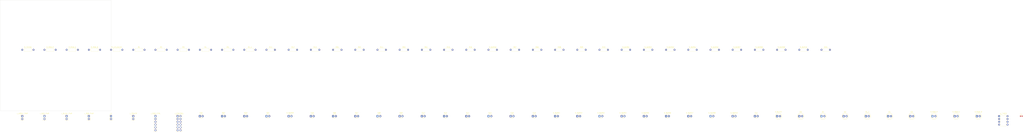
<source format=kicad_pcb>
(kicad_pcb (version 20241229) (generator "pcbnew") (generator_version "9.0")
  (layers (0 "F.Cu" signal) (2 "B.Cu" signal) (13 "F.Paste" user) (15 "B.Paste" user) (5 "F.SilkS" user "F.Silkscreen") (7 "B.SilkS" user "B.Silkscreen") (1 "F.Mask" user) (3 "B.Mask" user) (25 "Edge.Cuts" user))
  (net 0 "")
  (net 1 "SIGNAL")
  (net 2 "VCC")
  (net 3 "GND")
  (net 4 "VCC_2")
  (net 5 "N$11")
  (net 6 "LED_CTRL_10")
  (net 7 "N$32")
  (net 8 "LED_CTRL_9")
  (net 9 "N$31")
  (net 10 "LED_CTRL_8")
  (net 11 "N$30")
  (net 12 "N$29")
  (net 13 "LED_CTRL_7")
  (net 14 "LED_CTRL_5")
  (net 15 "N$27")
  (net 16 "N$26")
  (net 17 "LED_CTRL_4")
  (net 18 "LED_CTRL_3")
  (net 19 "N$25")
  (net 20 "LED_CTRL_2")
  (net 21 "N$24")
  (net 22 "LED_CTRL_1")
  (net 23 "N$23")
  (net 24 "N$16")
  (net 25 "N$15")
  (net 26 "N$14")
  (net 27 "N$12")
  (net 28 "N$13")
  (net 29 "LED_CTRL_6")
  (net 30 "N$28")
  (net 31 "N$22")
  (net 32 "N$21")
  (net 33 "N$10")
  (net 34 "N$9")
  (net 35 "N$20")
  (net 36 "N$8")
  (net 37 "N$7")
  (net 38 "N$19")
  (net 39 "N$18")
  (net 40 "N$17")
  (net 41 "N$2")
  (net 42 "VCC_1")
  (net 43 "N$6")
  (net 44 "N$5")
  (net 45 "N$4")
  (net 46 "N$3")
  (net 47 "N$1")
  (net 48 "TIMER_OUTPUT")
  (net 49 "N$36")
  (net 50 "RGB_BLUE_CTRL")
  (net 51 "N$35")
  (net 52 "RGB_GREEN_CTRL")
  (net 53 "N$34")
  (net 54 "RGB_RED_CTRL")
  (net 55 "N$33")
  (net 56 "VCC_5")
  (net 57 "GND_5")
  (net 58 "GND_4")
  (net 59 "GND_1")
  (net 60 "GND_2")
  (net 61 "GND_3")
  (net 62 "VCC_3")
  (net 63 "VCC_4")
  (footprint "LED_THT:LED_D3.0mm" (layer "F.Cu") (at 600 105)
    (property "Reference" "D_BAR06" (at 1.27 -2.96 0) (layer "F.SilkS"))
    (property "Value" "Green")
    (pad "1" thru_hole rect (at 0 0) (size 1.8 1.8) (drill 0.9) (layers "*.Cu" "*.Mask") (net 30 "N$28"))
    (pad "2" thru_hole circle (at 2.54 0) (size 1.8 1.8) (drill 0.9) (layers "*.Cu" "*.Mask") (net 61 "GND_3"))
  )
  (footprint "LED_THT:LED_D3.0mm" (layer "F.Cu") (at 640 105)
    (property "Reference" "D_BAR08" (at 1.27 -2.96 0) (layer "F.SilkS"))
    (property "Value" "Yellow")
    (pad "1" thru_hole rect (at 0 0) (size 1.8 1.8) (drill 0.9) (layers "*.Cu" "*.Mask") (net 11 "N$30"))
    (pad "2" thru_hole circle (at 2.54 0) (size 1.8 1.8) (drill 0.9) (layers "*.Cu" "*.Mask") (net 61 "GND_3"))
  )
  (footprint "Resistor_THT:R_Axial_DIN0207_L6.3mm_D2.5mm_P7.62mm_Horizontal" (layer "F.Cu") (at 400 45)
    (property "Reference" "R15" (at 3.81 -2.37 0) (layer "F.SilkS"))
    (property "Value" "470")
    (pad "1" thru_hole circle (at 0 0) (size 1.6 1.6) (drill 0.8) (layers "*.Cu" "*.Mask") (net 4 "VCC_2"))
    (pad "2" thru_hole circle (at 7.62 0) (size 1.6 1.6) (drill 0.8) (layers "*.Cu" "*.Mask") (net 32 "N$21"))
  )
  (footprint "LED_THT:LED_D5.0mm" (layer "F.Cu") (at 840 105)
    (property "Reference" "D_RGB_R" (at 1.27 -3.96 0) (layer "F.SilkS"))
    (property "Value" "Red")
    (pad "1" thru_hole rect (at 0 0) (size 1.8 1.8) (drill 0.9) (layers "*.Cu" "*.Mask") (net 55 "N$33"))
    (pad "2" thru_hole circle (at 2.54 0) (size 1.8 1.8) (drill 0.9) (layers "*.Cu" "*.Mask") (net 58 "GND_4"))
  )
  (footprint "Resistor_THT:R_Axial_DIN0207_L6.3mm_D2.5mm_P7.62mm_Horizontal" (layer "F.Cu") (at 700 45)
    (property "Reference" "R_BAR09" (at 3.81 -2.37 0) (layer "F.SilkS"))
    (property "Value" "470")
    (pad "1" thru_hole circle (at 0 0) (size 1.6 1.6) (drill 0.8) (layers "*.Cu" "*.Mask") (net 8 "LED_CTRL_9"))
    (pad "2" thru_hole circle (at 7.62 0) (size 1.6 1.6) (drill 0.8) (layers "*.Cu" "*.Mask") (net 9 "N$31"))
  )
  (footprint "Connector_PinHeader_2.54mm:PinHeader_1x06_P2.54mm_Vertical" (layer "F.Cu") (at 140 105)
    (property "Reference" "J_RGB_CTRL" (at 0 -2.38 0) (layer "F.SilkS"))
    (property "Value" "Conn_01x06_Pin")
    (pad "1" thru_hole rect (at 0 0) (size 1.7 1.7) (drill 1) (layers "*.Cu" "*.Mask") (net 54 "RGB_RED_CTRL"))
    (pad "2" thru_hole circle (at 0 2.54) (size 1.7 1.7) (drill 1) (layers "*.Cu" "*.Mask") (net 52 "RGB_GREEN_CTRL"))
    (pad "3" thru_hole circle (at 0 5.08) (size 1.7 1.7) (drill 1) (layers "*.Cu" "*.Mask") (net 50 "RGB_BLUE_CTRL"))
    (pad "4" thru_hole circle (at 0 7.62) (size 1.7 1.7) (drill 1) (layers "*.Cu" "*.Mask"))
    (pad "5" thru_hole circle (at 0 10.16) (size 1.7 1.7) (drill 1) (layers "*.Cu" "*.Mask") (net 63 "VCC_4"))
    (pad "6" thru_hole circle (at 0 12.7) (size 1.7 1.7) (drill 1) (layers "*.Cu" "*.Mask") (net 58 "GND_4"))
  )
  (footprint "Resistor_THT:R_Axial_DIN0207_L6.3mm_D2.5mm_P7.62mm_Horizontal" (layer "F.Cu") (at 720 45)
    (property "Reference" "R_BAR10" (at 3.81 -2.37 0) (layer "F.SilkS"))
    (property "Value" "470")
    (pad "1" thru_hole circle (at 0 0) (size 1.6 1.6) (drill 0.8) (layers "*.Cu" "*.Mask") (net 6 "LED_CTRL_10"))
    (pad "2" thru_hole circle (at 7.62 0) (size 1.6 1.6) (drill 0.8) (layers "*.Cu" "*.Mask") (net 7 "N$32"))
  )
  (footprint "LED_THT:LED_D3.0mm" (layer "F.Cu") (at 440 105)
    (property "Reference" "D15" (at 1.27 -2.96 0) (layer "F.SilkS"))
    (property "Value" "Red")
    (pad "1" thru_hole rect (at 0 0) (size 1.8 1.8) (drill 0.9) (layers "*.Cu" "*.Mask") (net 32 "N$21"))
    (pad "2" thru_hole circle (at 2.54 0) (size 1.8 1.8) (drill 0.9) (layers "*.Cu" "*.Mask") (net 60 "GND_2"))
  )
  (footprint "Connector_PinHeader_2.54mm:PinHeader_2x06_P2.54mm_Vertical" (layer "F.Cu") (at 160 105)
    (property "Reference" "J_CONTROL" (at 1.27 -2.38 0) (layer "F.SilkS"))
    (property "Value" "Conn_02x06_Odd_Even")
    (pad "1" thru_hole rect (at 0 0) (size 1.7 1.7) (drill 1) (layers "*.Cu" "*.Mask") (net 22 "LED_CTRL_1"))
    (pad "2" thru_hole circle (at 2.54 0) (size 1.7 1.7) (drill 1) (layers "*.Cu" "*.Mask") (net 20 "LED_CTRL_2"))
    (pad "3" thru_hole circle (at 0 2.54) (size 1.7 1.7) (drill 1) (layers "*.Cu" "*.Mask") (net 18 "LED_CTRL_3"))
    (pad "4" thru_hole circle (at 2.54 2.54) (size 1.7 1.7) (drill 1) (layers "*.Cu" "*.Mask") (net 17 "LED_CTRL_4"))
    (pad "5" thru_hole circle (at 0 5.08) (size 1.7 1.7) (drill 1) (layers "*.Cu" "*.Mask") (net 14 "LED_CTRL_5"))
    (pad "6" thru_hole circle (at 2.54 5.08) (size 1.7 1.7) (drill 1) (layers "*.Cu" "*.Mask") (net 29 "LED_CTRL_6"))
    (pad "7" thru_hole circle (at 0 7.62) (size 1.7 1.7) (drill 1) (layers "*.Cu" "*.Mask") (net 13 "LED_CTRL_7"))
    (pad "8" thru_hole circle (at 2.54 7.62) (size 1.7 1.7) (drill 1) (layers "*.Cu" "*.Mask") (net 10 "LED_CTRL_8"))
    (pad "9" thru_hole circle (at 0 10.16) (size 1.7 1.7) (drill 1) (layers "*.Cu" "*.Mask") (net 8 "LED_CTRL_9"))
    (pad "10" thru_hole circle (at 2.54 10.16) (size 1.7 1.7) (drill 1) (layers "*.Cu" "*.Mask") (net 6 "LED_CTRL_10"))
    (pad "11" thru_hole circle (at 0 12.7) (size 1.7 1.7) (drill 1) (layers "*.Cu" "*.Mask") (net 62 "VCC_3"))
    (pad "12" thru_hole circle (at 2.54 12.7) (size 1.7 1.7) (drill 1) (layers "*.Cu" "*.Mask") (net 61 "GND_3"))
  )
  (footprint "Resistor_THT:R_Axial_DIN0207_L6.3mm_D2.5mm_P7.62mm_Horizontal" (layer "F.Cu") (at 340 45)
    (property "Reference" "R14" (at 3.81 -2.37 0) (layer "F.SilkS"))
    (property "Value" "470")
    (pad "1" thru_hole circle (at 0 0) (size 1.6 1.6) (drill 0.8) (layers "*.Cu" "*.Mask") (net 4 "VCC_2"))
    (pad "2" thru_hole circle (at 7.62 0) (size 1.6 1.6) (drill 0.8) (layers "*.Cu" "*.Mask") (net 35 "N$20"))
  )
  (footprint "Resistor_THT:R_Axial_DIN0207_L6.3mm_D2.5mm_P7.62mm_Horizontal" (layer "F.Cu") (at 320 45)
    (property "Reference" "R02" (at 3.81 -2.37 0) (layer "F.SilkS"))
    (property "Value" "470")
    (pad "1" thru_hole circle (at 0 0) (size 1.6 1.6) (drill 0.8) (layers "*.Cu" "*.Mask") (net 4 "VCC_2"))
    (pad "2" thru_hole circle (at 7.62 0) (size 1.6 1.6) (drill 0.8) (layers "*.Cu" "*.Mask") (net 36 "N$8"))
  )
  (footprint "LED_THT:LED_D3.0mm" (layer "F.Cu") (at 320 105)
    (property "Reference" "D07" (at 1.27 -2.96 0) (layer "F.SilkS"))
    (property "Value" "Red")
    (pad "1" thru_hole rect (at 0 0) (size 1.8 1.8) (drill 0.9) (layers "*.Cu" "*.Mask") (net 28 "N$13"))
    (pad "2" thru_hole circle (at 2.54 0) (size 1.8 1.8) (drill 0.9) (layers "*.Cu" "*.Mask") (net 60 "GND_2"))
  )
  (footprint "Resistor_THT:R_Axial_DIN0207_L6.3mm_D2.5mm_P7.62mm_Horizontal" (layer "F.Cu") (at 460 45)
    (property "Reference" "R07" (at 3.81 -2.37 0) (layer "F.SilkS"))
    (property "Value" "470")
    (pad "1" thru_hole circle (at 0 0) (size 1.6 1.6) (drill 0.8) (layers "*.Cu" "*.Mask") (net 4 "VCC_2"))
    (pad "2" thru_hole circle (at 7.62 0) (size 1.6 1.6) (drill 0.8) (layers "*.Cu" "*.Mask") (net 28 "N$13"))
  )
  (footprint "Resistor_THT:R_Axial_DIN0207_L6.3mm_D2.5mm_P7.62mm_Horizontal" (layer "F.Cu") (at 520 45)
    (property "Reference" "R09" (at 3.81 -2.37 0) (layer "F.SilkS"))
    (property "Value" "470")
    (pad "1" thru_hole circle (at 0 0) (size 1.6 1.6) (drill 0.8) (layers "*.Cu" "*.Mask") (net 4 "VCC_2"))
    (pad "2" thru_hole circle (at 7.62 0) (size 1.6 1.6) (drill 0.8) (layers "*.Cu" "*.Mask") (net 25 "N$15"))
  )
  (footprint "LED_THT:LED_D3.0mm" (layer "F.Cu") (at 400 105)
    (property "Reference" "D13" (at 1.27 -2.96 0) (layer "F.SilkS"))
    (property "Value" "Red")
    (pad "1" thru_hole rect (at 0 0) (size 1.8 1.8) (drill 0.9) (layers "*.Cu" "*.Mask") (net 38 "N$19"))
    (pad "2" thru_hole circle (at 2.54 0) (size 1.8 1.8) (drill 0.9) (layers "*.Cu" "*.Mask") (net 60 "GND_2"))
  )
  (footprint "LED_THT:LED_D3.0mm" (layer "F.Cu") (at 500 105)
    (property "Reference" "D_BAR01" (at 1.27 -2.96 0) (layer "F.SilkS"))
    (property "Value" "Green")
    (pad "1" thru_hole rect (at 0 0) (size 1.8 1.8) (drill 0.9) (layers "*.Cu" "*.Mask") (net 23 "N$23"))
    (pad "2" thru_hole circle (at 2.54 0) (size 1.8 1.8) (drill 0.9) (layers "*.Cu" "*.Mask") (net 61 "GND_3"))
  )
  (footprint "Resistor_THT:R_Axial_DIN0207_L6.3mm_D2.5mm_P7.62mm_Horizontal" (layer "F.Cu") (at 360 45)
    (property "Reference" "R03" (at 3.81 -2.37 0) (layer "F.SilkS"))
    (property "Value" "470")
    (pad "1" thru_hole circle (at 0 0) (size 1.6 1.6) (drill 0.8) (layers "*.Cu" "*.Mask") (net 4 "VCC_2"))
    (pad "2" thru_hole circle (at 7.62 0) (size 1.6 1.6) (drill 0.8) (layers "*.Cu" "*.Mask") (net 34 "N$9"))
  )
  (footprint "Resistor_THT:R_Axial_DIN0207_L6.3mm_D2.5mm_P7.62mm_Horizontal" (layer "F.Cu") (at 580 45)
    (property "Reference" "R_BAR02" (at 3.81 -2.37 0) (layer "F.SilkS"))
    (property "Value" "470")
    (pad "1" thru_hole circle (at 0 0) (size 1.6 1.6) (drill 0.8) (layers "*.Cu" "*.Mask") (net 20 "LED_CTRL_2"))
    (pad "2" thru_hole circle (at 7.62 0) (size 1.6 1.6) (drill 0.8) (layers "*.Cu" "*.Mask") (net 21 "N$24"))
  )
  (footprint "Connector_PinHeader_2.54mm:PinHeader_1x02_P2.54mm_Vertical" (layer "F.Cu") (at 60 105)
    (property "Reference" "J_BLINK_PWR" (at 0 -2.38 0) (layer "F.SilkS"))
    (property "Value" "Conn_01x02_Pin")
    (pad "1" thru_hole rect (at 0 0) (size 1.7 1.7) (drill 1) (layers "*.Cu" "*.Mask") (net 56 "VCC_5"))
    (pad "2" thru_hole circle (at 0 2.54) (size 1.7 1.7) (drill 1) (layers "*.Cu" "*.Mask") (net 57 "GND_5"))
  )
  (footprint "LED_THT:LED_D3.0mm" (layer "F.Cu") (at 560 105)
    (property "Reference" "D_BAR04" (at 1.27 -2.96 0) (layer "F.SilkS"))
    (property "Value" "Green")
    (pad "1" thru_hole rect (at 0 0) (size 1.8 1.8) (drill 0.9) (layers "*.Cu" "*.Mask") (net 16 "N$26"))
    (pad "2" thru_hole circle (at 2.54 0) (size 1.8 1.8) (drill 0.9) (layers "*.Cu" "*.Mask") (net 61 "GND_3"))
  )
  (footprint "Resistor_THT:R_Axial_DIN0207_L6.3mm_D2.5mm_P10.16mm_Horizontal" (layer "F.Cu") (at 60 45)
    (property "Reference" "R_RGB_G" (at 5.08 -2.37 0) (layer "F.SilkS"))
    (property "Value" "330")
    (pad "1" thru_hole circle (at 0 0) (size 1.6 1.6) (drill 0.8) (layers "*.Cu" "*.Mask") (net 52 "RGB_GREEN_CTRL"))
    (pad "2" thru_hole circle (at 10.16 0) (size 1.6 1.6) (drill 0.8) (layers "*.Cu" "*.Mask") (net 53 "N$34"))
  )
  (footprint "LED_THT:LED_D5.0mm" (layer "F.Cu") (at 700 105)
    (property "Reference" "D_BLINK" (at 1.27 -3.96 0) (layer "F.SilkS"))
    (property "Value" "Red")
    (pad "1" thru_hole rect (at 0 0) (size 1.8 1.8) (drill 0.9) (layers "*.Cu" "*.Mask") (net 49 "N$36"))
    (pad "2" thru_hole circle (at 2.54 0) (size 1.8 1.8) (drill 0.9) (layers "*.Cu" "*.Mask") (net 57 "GND_5"))
  )
  (footprint "Resistor_THT:R_Axial_DIN0207_L6.3mm_D2.5mm_P10.16mm_Horizontal" (layer "F.Cu") (at 100 45)
    (property "Reference" "R_LED_BLINK" (at 5.08 -2.37 0) (layer "F.SilkS"))
    (property "Value" "330")
    (pad "1" thru_hole circle (at 0 0) (size 1.6 1.6) (drill 0.8) (layers "*.Cu" "*.Mask") (net 48 "TIMER_OUTPUT"))
    (pad "2" thru_hole circle (at 10.16 0) (size 1.6 1.6) (drill 0.8) (layers "*.Cu" "*.Mask") (net 49 "N$36"))
  )
  (footprint "Resistor_THT:R_Axial_DIN0207_L6.3mm_D2.5mm_P7.62mm_Horizontal" (layer "F.Cu") (at 420 45)
    (property "Reference" "R16" (at 3.81 -2.37 0) (layer "F.SilkS"))
    (property "Value" "470")
    (pad "1" thru_hole circle (at 0 0) (size 1.6 1.6) (drill 0.8) (layers "*.Cu" "*.Mask") (net 4 "VCC_2"))
    (pad "2" thru_hole circle (at 7.62 0) (size 1.6 1.6) (drill 0.8) (layers "*.Cu" "*.Mask") (net 31 "N$22"))
  )
  (footprint "Resistor_THT:R_Axial_DIN0207_L6.3mm_D2.5mm_P7.62mm_Horizontal" (layer "F.Cu") (at 540 45)
    (property "Reference" "R10" (at 3.81 -2.37 0) (layer "F.SilkS"))
    (property "Value" "470")
    (pad "1" thru_hole circle (at 0 0) (size 1.6 1.6) (drill 0.8) (layers "*.Cu" "*.Mask") (net 4 "VCC_2"))
    (pad "2" thru_hole circle (at 7.62 0) (size 1.6 1.6) (drill 0.8) (layers "*.Cu" "*.Mask") (net 24 "N$16"))
  )
  (footprint "Resistor_THT:R_Axial_DIN0207_L6.3mm_D2.5mm_P7.62mm_Horizontal" (layer "F.Cu") (at 600 45)
    (property "Reference" "R_BAR03" (at 3.81 -2.37 0) (layer "F.SilkS"))
    (property "Value" "470")
    (pad "1" thru_hole circle (at 0 0) (size 1.6 1.6) (drill 0.8) (layers "*.Cu" "*.Mask") (net 18 "LED_CTRL_3"))
    (pad "2" thru_hole circle (at 7.62 0) (size 1.6 1.6) (drill 0.8) (layers "*.Cu" "*.Mask") (net 19 "N$25"))
  )
  (footprint "Resistor_THT:R_Axial_DIN0207_L6.3mm_D2.5mm_P10.16mm_Horizontal" (layer "F.Cu") (at 140 45)
    (property "Reference" "R2" (at 5.08 -2.37 0) (layer "F.SilkS"))
    (property "Value" "330")
    (pad "1" thru_hole circle (at 0 0) (size 1.6 1.6) (drill 0.8) (layers "*.Cu" "*.Mask") (net 42 "VCC_1"))
    (pad "2" thru_hole circle (at 10.16 0) (size 1.6 1.6) (drill 0.8) (layers "*.Cu" "*.Mask") (net 46 "N$3"))
  )
  (footprint "LED_THT:LED_D3.0mm" (layer "F.Cu") (at 300 105)
    (property "Reference" "D06" (at 1.27 -2.96 0) (layer "F.SilkS"))
    (property "Value" "Red")
    (pad "1" thru_hole rect (at 0 0) (size 1.8 1.8) (drill 0.9) (layers "*.Cu" "*.Mask") (net 27 "N$12"))
    (pad "2" thru_hole circle (at 2.54 0) (size 1.8 1.8) (drill 0.9) (layers "*.Cu" "*.Mask") (net 60 "GND_2"))
  )
  (footprint "LED_THT:LED_D5.0mm" (layer "F.Cu") (at 760 105)
    (property "Reference" "D2" (at 1.27 -3.96 0) (layer "F.SilkS"))
    (property "Value" "Green")
    (pad "1" thru_hole rect (at 0 0) (size 1.8 1.8) (drill 0.9) (layers "*.Cu" "*.Mask") (net 46 "N$3"))
    (pad "2" thru_hole circle (at 2.54 0) (size 1.8 1.8) (drill 0.9) (layers "*.Cu" "*.Mask") (net 59 "GND_1"))
  )
  (footprint "LED_THT:LED_D5.0mm" (layer "F.Cu") (at 720 105)
    (property "Reference" "D5" (at 1.27 -3.96 0) (layer "F.SilkS"))
    (property "Value" "White")
    (pad "1" thru_hole rect (at 0 0) (size 1.8 1.8) (drill 0.9) (layers "*.Cu" "*.Mask") (net 43 "N$6"))
    (pad "2" thru_hole circle (at 2.54 0) (size 1.8 1.8) (drill 0.9) (layers "*.Cu" "*.Mask") (net 59 "GND_1"))
  )
  (footprint "LED_THT:LED_D3.0mm" (layer "F.Cu") (at 260 105)
    (property "Reference" "D_BAR09" (at 1.27 -2.96 0) (layer "F.SilkS"))
    (property "Value" "Red")
    (pad "1" thru_hole rect (at 0 0) (size 1.8 1.8) (drill 0.9) (layers "*.Cu" "*.Mask") (net 9 "N$31"))
    (pad "2" thru_hole circle (at 2.54 0) (size 1.8 1.8) (drill 0.9) (layers "*.Cu" "*.Mask") (net 61 "GND_3"))
  )
  (footprint "LED_THT:LED_D3.0mm" (layer "F.Cu") (at 180 105)
    (property "Reference" "D01" (at 1.27 -2.96 0) (layer "F.SilkS"))
    (property "Value" "Red")
    (pad "1" thru_hole rect (at 0 0) (size 1.8 1.8) (drill 0.9) (layers "*.Cu" "*.Mask") (net 37 "N$7"))
    (pad "2" thru_hole circle (at 2.54 0) (size 1.8 1.8) (drill 0.9) (layers "*.Cu" "*.Mask") (net 60 "GND_2"))
  )
  (footprint "Resistor_THT:R_Axial_DIN0207_L6.3mm_D2.5mm_P7.62mm_Horizontal" (layer "F.Cu") (at 660 45)
    (property "Reference" "R_BAR07" (at 3.81 -2.37 0) (layer "F.SilkS"))
    (property "Value" "470")
    (pad "1" thru_hole circle (at 0 0) (size 1.6 1.6) (drill 0.8) (layers "*.Cu" "*.Mask") (net 13 "LED_CTRL_7"))
    (pad "2" thru_hole circle (at 7.62 0) (size 1.6 1.6) (drill 0.8) (layers "*.Cu" "*.Mask") (net 12 "N$29"))
  )
  (footprint "LED_THT:LED_D5.0mm" (layer "F.Cu") (at 860 105)
    (property "Reference" "D_RGB_G" (at 1.27 -3.96 0) (layer "F.SilkS"))
    (property "Value" "Green")
    (pad "1" thru_hole rect (at 0 0) (size 1.8 1.8) (drill 0.9) (layers "*.Cu" "*.Mask") (net 53 "N$34"))
    (pad "2" thru_hole circle (at 2.54 0) (size 1.8 1.8) (drill 0.9) (layers "*.Cu" "*.Mask") (net 58 "GND_4"))
  )
  (footprint "Resistor_THT:R_Axial_DIN0207_L6.3mm_D2.5mm_P7.62mm_Horizontal" (layer "F.Cu") (at 260 45)
    (property "Reference" "R12" (at 3.81 -2.37 0) (layer "F.SilkS"))
    (property "Value" "470")
    (pad "1" thru_hole circle (at 0 0) (size 1.6 1.6) (drill 0.8) (layers "*.Cu" "*.Mask") (net 4 "VCC_2"))
    (pad "2" thru_hole circle (at 7.62 0) (size 1.6 1.6) (drill 0.8) (layers "*.Cu" "*.Mask") (net 39 "N$18"))
  )
  (footprint "Resistor_THT:R_Axial_DIN0207_L6.3mm_D2.5mm_P7.62mm_Horizontal" (layer "F.Cu") (at 560 45)
    (property "Reference" "R_BAR01" (at 3.81 -2.37 0) (layer "F.SilkS"))
    (property "Value" "470")
    (pad "1" thru_hole circle (at 0 0) (size 1.6 1.6) (drill 0.8) (layers "*.Cu" "*.Mask") (net 22 "LED_CTRL_1"))
    (pad "2" thru_hole circle (at 7.62 0) (size 1.6 1.6) (drill 0.8) (layers "*.Cu" "*.Mask") (net 23 "N$23"))
  )
  (footprint "LED_THT:LED_D3.0mm" (layer "F.Cu") (at 240 105)
    (property "Reference" "D04" (at 1.27 -2.96 0) (layer "F.SilkS"))
    (property "Value" "Red")
    (pad "1" thru_hole rect (at 0 0) (size 1.8 1.8) (drill 0.9) (layers "*.Cu" "*.Mask") (net 33 "N$10"))
    (pad "2" thru_hole circle (at 2.54 0) (size 1.8 1.8) (drill 0.9) (layers "*.Cu" "*.Mask") (net 60 "GND_2"))
  )
  (footprint "LED_THT:LED_D3.0mm" (layer "F.Cu") (at 480 105)
    (property "Reference" "D10" (at 1.27 -2.96 0) (layer "F.SilkS"))
    (property "Value" "Red")
    (pad "1" thru_hole rect (at 0 0) (size 1.8 1.8) (drill 0.9) (layers "*.Cu" "*.Mask") (net 24 "N$16"))
    (pad "2" thru_hole circle (at 2.54 0) (size 1.8 1.8) (drill 0.9) (layers "*.Cu" "*.Mask") (net 60 "GND_2"))
  )
  (footprint "LED_THT:LED_D3.0mm" (layer "F.Cu") (at 520 105)
    (property "Reference" "D_BAR02" (at 1.27 -2.96 0) (layer "F.SilkS"))
    (property "Value" "Green")
    (pad "1" thru_hole rect (at 0 0) (size 1.8 1.8) (drill 0.9) (layers "*.Cu" "*.Mask") (net 21 "N$24"))
    (pad "2" thru_hole circle (at 2.54 0) (size 1.8 1.8) (drill 0.9) (layers "*.Cu" "*.Mask") (net 61 "GND_3"))
  )
  (footprint "LED_THT:LED_D5.0mm" (layer "F.Cu") (at 780 105)
    (property "Reference" "D1_1" (at 1.27 -3.96 0) (layer "F.SilkS"))
    (property "Value" "Red")
    (pad "1" thru_hole rect (at 0 0) (size 1.8 1.8) (drill 0.9) (layers "*.Cu" "*.Mask") (net 41 "N$2"))
    (pad "2" thru_hole circle (at 2.54 0) (size 1.8 1.8) (drill 0.9) (layers "*.Cu" "*.Mask") (net 59 "GND_1"))
  )
  (footprint "Resistor_THT:R_Axial_DIN0207_L6.3mm_D2.5mm_P10.16mm_Horizontal" (layer "F.Cu") (at 200 45)
    (property "Reference" "R5" (at 5.08 -2.37 0) (layer "F.SilkS"))
    (property "Value" "220")
    (pad "1" thru_hole circle (at 0 0) (size 1.6 1.6) (drill 0.8) (layers "*.Cu" "*.Mask") (net 42 "VCC_1"))
    (pad "2" thru_hole circle (at 10.16 0) (size 1.6 1.6) (drill 0.8) (layers "*.Cu" "*.Mask") (net 43 "N$6"))
  )
  (footprint "Resistor_THT:R_Axial_DIN0207_L6.3mm_D2.5mm_P7.62mm_Horizontal" (layer "F.Cu") (at 280 45)
    (property "Reference" "R13" (at 3.81 -2.37 0) (layer "F.SilkS"))
    (property "Value" "470")
    (pad "1" thru_hole circle (at 0 0) (size 1.6 1.6) (drill 0.8) (layers "*.Cu" "*.Mask") (net 4 "VCC_2"))
    (pad "2" thru_hole circle (at 7.62 0) (size 1.6 1.6) (drill 0.8) (layers "*.Cu" "*.Mask") (net 38 "N$19"))
  )
  (footprint "LED_THT:LED_D3.0mm" (layer "F.Cu") (at 540 105)
    (property "Reference" "D_BAR03" (at 1.27 -2.96 0) (layer "F.SilkS"))
    (property "Value" "Green")
    (pad "1" thru_hole rect (at 0 0) (size 1.8 1.8) (drill 0.9) (layers "*.Cu" "*.Mask") (net 19 "N$25"))
    (pad "2" thru_hole circle (at 2.54 0) (size 1.8 1.8) (drill 0.9) (layers "*.Cu" "*.Mask") (net 61 "GND_3"))
  )
  (footprint "Connector_PinHeader_2.54mm:PinHeader_1x02_P2.54mm_Vertical" (layer "F.Cu") (at 80 105)
    (property "Reference" "J_RGB_PWR" (at 0 -2.38 0) (layer "F.SilkS"))
    (property "Value" "Conn_01x02_Pin")
    (pad "1" thru_hole rect (at 0 0) (size 1.7 1.7) (drill 1) (layers "*.Cu" "*.Mask") (net 63 "VCC_4"))
    (pad "2" thru_hole circle (at 0 2.54) (size 1.7 1.7) (drill 1) (layers "*.Cu" "*.Mask") (net 58 "GND_4"))
  )
  (footprint "LED_THT:LED_D5.0mm" (layer "F.Cu") (at 740 105)
    (property "Reference" "D4" (at 1.27 -3.96 0) (layer "F.SilkS"))
    (property "Value" "Yellow")
    (pad "1" thru_hole rect (at 0 0) (size 1.8 1.8) (drill 0.9) (layers "*.Cu" "*.Mask") (net 44 "N$5"))
    (pad "2" thru_hole circle (at 2.54 0) (size 1.8 1.8) (drill 0.9) (layers "*.Cu" "*.Mask") (net 59 "GND_1"))
  )
  (footprint "Resistor_THT:R_Axial_DIN0207_L6.3mm_D2.5mm_P7.62mm_Horizontal" (layer "F.Cu") (at 480 45)
    (property "Reference" "R06" (at 3.81 -2.37 0) (layer "F.SilkS"))
    (property "Value" "470")
    (pad "1" thru_hole circle (at 0 0) (size 1.6 1.6) (drill 0.8) (layers "*.Cu" "*.Mask") (net 4 "VCC_2"))
    (pad "2" thru_hole circle (at 7.62 0) (size 1.6 1.6) (drill 0.8) (layers "*.Cu" "*.Mask") (net 27 "N$12"))
  )
  (footprint "Connector_PinHeader_2.54mm:PinHeader_1x02_P2.54mm_Vertical" (layer "F.Cu") (at 100 105)
    (property "Reference" "J1" (at 0 -2.38 0) (layer "F.SilkS"))
    (property "Value" "Conn_01x02_Pin")
    (pad "1" thru_hole rect (at 0 0) (size 1.7 1.7) (drill 1) (layers "*.Cu" "*.Mask") (net 2 "VCC"))
    (pad "2" thru_hole circle (at 0 2.54) (size 1.7 1.7) (drill 1) (layers "*.Cu" "*.Mask") (net 3 "GND"))
  )
  (footprint "LED_THT:LED_D3.0mm" (layer "F.Cu") (at 680 105)
    (property "Reference" "D11" (at 1.27 -2.96 0) (layer "F.SilkS"))
    (property "Value" "Red")
    (pad "1" thru_hole rect (at 0 0) (size 1.8 1.8) (drill 0.9) (layers "*.Cu" "*.Mask") (net 40 "N$17"))
    (pad "2" thru_hole circle (at 2.54 0) (size 1.8 1.8) (drill 0.9) (layers "*.Cu" "*.Mask") (net 60 "GND_2"))
  )
  (footprint "LED_THT:LED_D5.0mm" (layer "F.Cu") (at 880 105)
    (property "Reference" "D_RGB_B" (at 1.27 -3.96 0) (layer "F.SilkS"))
    (property "Value" "Blue")
    (pad "1" thru_hole rect (at 0 0) (size 1.8 1.8) (drill 0.9) (layers "*.Cu" "*.Mask") (net 51 "N$35"))
    (pad "2" thru_hole circle (at 2.54 0) (size 1.8 1.8) (drill 0.9) (layers "*.Cu" "*.Mask") (net 58 "GND_4"))
  )
  (footprint "Capacitor_SMD:C_0603_1608Metric" (layer "F.Cu") (at 920 105)
    (property "Reference" "C1" (at 0 -1.43 0) (layer "F.SilkS"))
    (property "Value" "100nF")
    (pad "1" smd roundrect (at -0.775 0) (size 0.9 0.95) (layers "F.Cu" "F.Mask" "F.Paste") (net 1 "SIGNAL"))
    (pad "2" smd roundrect (at 0.775 0) (size 0.9 0.95) (layers "F.Cu" "F.Mask" "F.Paste") (net 3 "GND"))
  )
  (footprint "Resistor_THT:R_Axial_DIN0207_L6.3mm_D2.5mm_P10.16mm_Horizontal" (layer "F.Cu") (at 80 45)
    (property "Reference" "R_RGB_B" (at 5.08 -2.37 0) (layer "F.SilkS"))
    (property "Value" "220")
    (pad "1" thru_hole circle (at 0 0) (size 1.6 1.6) (drill 0.8) (layers "*.Cu" "*.Mask") (net 50 "RGB_BLUE_CTRL"))
    (pad "2" thru_hole circle (at 10.16 0) (size 1.6 1.6) (drill 0.8) (layers "*.Cu" "*.Mask") (net 51 "N$35"))
  )
  (footprint "Connector_PinHeader_2.54mm:PinHeader_1x02_P2.54mm_Vertical" (layer "F.Cu") (at 20 105)
    (property "Reference" "J_ARRAY_PWR" (at 0 -2.38 0) (layer "F.SilkS"))
    (property "Value" "Conn_01x02_Pin")
    (pad "1" thru_hole rect (at 0 0) (size 1.7 1.7) (drill 1) (layers "*.Cu" "*.Mask") (net 4 "VCC_2"))
    (pad "2" thru_hole circle (at 0 2.54) (size 1.7 1.7) (drill 1) (layers "*.Cu" "*.Mask") (net 60 "GND_2"))
  )
  (footprint "LED_THT:LED_D5.0mm" (layer "F.Cu") (at 800 105)
    (property "Reference" "D1" (at 1.27 -3.96 0) (layer "F.SilkS"))
    (property "Value" "Red")
    (pad "1" thru_hole rect (at 0 0) (size 1.8 1.8) (drill 0.9) (layers "*.Cu" "*.Mask") (net 47 "N$1"))
    (pad "2" thru_hole circle (at 2.54 0) (size 1.8 1.8) (drill 0.9) (layers "*.Cu" "*.Mask") (net 3 "GND"))
  )
  (footprint "LED_THT:LED_D3.0mm" (layer "F.Cu") (at 660 105)
    (property "Reference" "D_BAR10" (at 1.27 -2.96 0) (layer "F.SilkS"))
    (property "Value" "Red")
    (pad "1" thru_hole rect (at 0 0) (size 1.8 1.8) (drill 0.9) (layers "*.Cu" "*.Mask") (net 7 "N$32"))
    (pad "2" thru_hole circle (at 2.54 0) (size 1.8 1.8) (drill 0.9) (layers "*.Cu" "*.Mask") (net 61 "GND_3"))
  )
  (footprint "LED_THT:LED_D3.0mm" (layer "F.Cu") (at 580 105)
    (property "Reference" "D_BAR05" (at 1.27 -2.96 0) (layer "F.SilkS"))
    (property "Value" "Green")
    (pad "1" thru_hole rect (at 0 0) (size 1.8 1.8) (drill 0.9) (layers "*.Cu" "*.Mask") (net 15 "N$27"))
    (pad "2" thru_hole circle (at 2.54 0) (size 1.8 1.8) (drill 0.9) (layers "*.Cu" "*.Mask") (net 61 "GND_3"))
  )
  (footprint "Resistor_THT:R_Axial_DIN0207_L6.3mm_D2.5mm_P7.62mm_Horizontal" (layer "F.Cu") (at 240 45)
    (property "Reference" "R11" (at 3.81 -2.37 0) (layer "F.SilkS"))
    (property "Value" "470")
    (pad "1" thru_hole circle (at 0 0) (size 1.6 1.6) (drill 0.8) (layers "*.Cu" "*.Mask") (net 4 "VCC_2"))
    (pad "2" thru_hole circle (at 7.62 0) (size 1.6 1.6) (drill 0.8) (layers "*.Cu" "*.Mask") (net 40 "N$17"))
  )
  (footprint "Resistor_THT:R_Axial_DIN0207_L6.3mm_D2.5mm_P7.62mm_Horizontal" (layer "F.Cu") (at 740 45)
    (property "Reference" "R05" (at 3.81 -2.37 0) (layer "F.SilkS"))
    (property "Value" "470")
    (pad "1" thru_hole circle (at 0 0) (size 1.6 1.6) (drill 0.8) (layers "*.Cu" "*.Mask") (net 4 "VCC_2"))
    (pad "2" thru_hole circle (at 7.62 0) (size 1.6 1.6) (drill 0.8) (layers "*.Cu" "*.Mask") (net 5 "N$11"))
  )
  (footprint "Resistor_THT:R_Axial_DIN0207_L6.3mm_D2.5mm_P7.62mm_Horizontal" (layer "F.Cu") (at 620 45)
    (property "Reference" "R_BAR04" (at 3.81 -2.37 0) (layer "F.SilkS"))
    (property "Value" "470")
    (pad "1" thru_hole circle (at 0 0) (size 1.6 1.6) (drill 0.8) (layers "*.Cu" "*.Mask") (net 17 "LED_CTRL_4"))
    (pad "2" thru_hole circle (at 7.62 0) (size 1.6 1.6) (drill 0.8) (layers "*.Cu" "*.Mask") (net 16 "N$26"))
  )
  (footprint "LED_THT:LED_D3.0mm" (layer "F.Cu") (at 220 105)
    (property "Reference" "D03" (at 1.27 -2.96 0) (layer "F.SilkS"))
    (property "Value" "Red")
    (pad "1" thru_hole rect (at 0 0) (size 1.8 1.8) (drill 0.9) (layers "*.Cu" "*.Mask") (net 34 "N$9"))
    (pad "2" thru_hole circle (at 2.54 0) (size 1.8 1.8) (drill 0.9) (layers "*.Cu" "*.Mask") (net 60 "GND_2"))
  )
  (footprint "Resistor_THT:R_Axial_DIN0207_L6.3mm_D2.5mm_P7.62mm_Horizontal" (layer "F.Cu") (at 440 45)
    (property "Reference" "R_BAR06" (at 3.81 -2.37 0) (layer "F.SilkS"))
    (property "Value" "470")
    (pad "1" thru_hole circle (at 0 0) (size 1.6 1.6) (drill 0.8) (layers "*.Cu" "*.Mask") (net 29 "LED_CTRL_6"))
    (pad "2" thru_hole circle (at 7.62 0) (size 1.6 1.6) (drill 0.8) (layers "*.Cu" "*.Mask") (net 30 "N$28"))
  )
  (footprint "LED_THT:LED_D3.0mm" (layer "F.Cu") (at 280 105)
    (property "Reference" "D05" (at 1.27 -2.96 0) (layer "F.SilkS"))
    (property "Value" "Red")
    (pad "1" thru_hole rect (at 0 0) (size 1.8 1.8) (drill 0.9) (layers "*.Cu" "*.Mask") (net 5 "N$11"))
    (pad "2" thru_hole circle (at 2.54 0) (size 1.8 1.8) (drill 0.9) (layers "*.Cu" "*.Mask") (net 60 "GND_2"))
  )
  (footprint "LED_THT:LED_D3.0mm" (layer "F.Cu") (at 460 105)
    (property "Reference" "D16" (at 1.27 -2.96 0) (layer "F.SilkS"))
    (property "Value" "Red")
    (pad "1" thru_hole rect (at 0 0) (size 1.8 1.8) (drill 0.9) (layers "*.Cu" "*.Mask") (net 31 "N$22"))
    (pad "2" thru_hole circle (at 2.54 0) (size 1.8 1.8) (drill 0.9) (layers "*.Cu" "*.Mask") (net 60 "GND_2"))
  )
  (footprint "LED_THT:LED_D5.0mm" (layer "F.Cu") (at 820 105)
    (property "Reference" "D3" (at 1.27 -3.96 0) (layer "F.SilkS"))
    (property "Value" "Blue")
    (pad "1" thru_hole rect (at 0 0) (size 1.8 1.8) (drill 0.9) (layers "*.Cu" "*.Mask") (net 45 "N$4"))
    (pad "2" thru_hole circle (at 2.54 0) (size 1.8 1.8) (drill 0.9) (layers "*.Cu" "*.Mask") (net 59 "GND_1"))
  )
  (footprint "Resistor_THT:R_Axial_DIN0207_L6.3mm_D2.5mm_P7.62mm_Horizontal" (layer "F.Cu") (at 500 45)
    (property "Reference" "R08" (at 3.81 -2.37 0) (layer "F.SilkS"))
    (property "Value" "470")
    (pad "1" thru_hole circle (at 0 0) (size 1.6 1.6) (drill 0.8) (layers "*.Cu" "*.Mask") (net 4 "VCC_2"))
    (pad "2" thru_hole circle (at 7.62 0) (size 1.6 1.6) (drill 0.8) (layers "*.Cu" "*.Mask") (net 26 "N$14"))
  )
  (footprint "Resistor_THT:R_Axial_DIN0207_L6.3mm_D2.5mm_P7.62mm_Horizontal" (layer "F.Cu") (at 680 45)
    (property "Reference" "R_BAR08" (at 3.81 -2.37 0) (layer "F.SilkS"))
    (property "Value" "470")
    (pad "1" thru_hole circle (at 0 0) (size 1.6 1.6) (drill 0.8) (layers "*.Cu" "*.Mask") (net 10 "LED_CTRL_8"))
    (pad "2" thru_hole circle (at 7.62 0) (size 1.6 1.6) (drill 0.8) (layers "*.Cu" "*.Mask") (net 11 "N$30"))
  )
  (footprint "LED_THT:LED_D3.0mm" (layer "F.Cu") (at 340 105)
    (property "Reference" "D08" (at 1.27 -2.96 0) (layer "F.SilkS"))
    (property "Value" "Red")
    (pad "1" thru_hole rect (at 0 0) (size 1.8 1.8) (drill 0.9) (layers "*.Cu" "*.Mask") (net 26 "N$14"))
    (pad "2" thru_hole circle (at 2.54 0) (size 1.8 1.8) (drill 0.9) (layers "*.Cu" "*.Mask") (net 60 "GND_2"))
  )
  (footprint "LED_THT:LED_D3.0mm" (layer "F.Cu") (at 200 105)
    (property "Reference" "D02" (at 1.27 -2.96 0) (layer "F.SilkS"))
    (property "Value" "Red")
    (pad "1" thru_hole rect (at 0 0) (size 1.8 1.8) (drill 0.9) (layers "*.Cu" "*.Mask") (net 36 "N$8"))
    (pad "2" thru_hole circle (at 2.54 0) (size 1.8 1.8) (drill 0.9) (layers "*.Cu" "*.Mask") (net 60 "GND_2"))
  )
  (footprint "LED_THT:LED_D3.0mm" (layer "F.Cu") (at 420 105)
    (property "Reference" "D14" (at 1.27 -2.96 0) (layer "F.SilkS"))
    (property "Value" "Red")
    (pad "1" thru_hole rect (at 0 0) (size 1.8 1.8) (drill 0.9) (layers "*.Cu" "*.Mask") (net 35 "N$20"))
    (pad "2" thru_hole circle (at 2.54 0) (size 1.8 1.8) (drill 0.9) (layers "*.Cu" "*.Mask") (net 60 "GND_2"))
  )
  (footprint "Resistor_THT:R_Axial_DIN0207_L6.3mm_D2.5mm_P10.16mm_Horizontal" (layer "F.Cu") (at 40 45)
    (property "Reference" "R_RGB_R" (at 5.08 -2.37 0) (layer "F.SilkS"))
    (property "Value" "330")
    (pad "1" thru_hole circle (at 0 0) (size 1.6 1.6) (drill 0.8) (layers "*.Cu" "*.Mask") (net 54 "RGB_RED_CTRL"))
    (pad "2" thru_hole circle (at 10.16 0) (size 1.6 1.6) (drill 0.8) (layers "*.Cu" "*.Mask") (net 55 "N$33"))
  )
  (footprint "Resistor_THT:R_Axial_DIN0207_L6.3mm_D2.5mm_P10.16mm_Horizontal" (layer "F.Cu") (at 120 45)
    (property "Reference" "R1" (at 5.08 -2.37 0) (layer "F.SilkS"))
    (property "Value" "330")
    (pad "1" thru_hole circle (at 0 0) (size 1.6 1.6) (drill 0.8) (layers "*.Cu" "*.Mask") (net 2 "VCC"))
    (pad "2" thru_hole circle (at 10.16 0) (size 1.6 1.6) (drill 0.8) (layers "*.Cu" "*.Mask") (net 47 "N$1"))
  )
  (footprint "Connector_PinHeader_2.54mm:PinHeader_1x02_P2.54mm_Vertical" (layer "F.Cu") (at 40 105)
    (property "Reference" "J_BAR_PWR" (at 0 -2.38 0) (layer "F.SilkS"))
    (property "Value" "Conn_01x02_Pin")
    (pad "1" thru_hole rect (at 0 0) (size 1.7 1.7) (drill 1) (layers "*.Cu" "*.Mask") (net 62 "VCC_3"))
    (pad "2" thru_hole circle (at 0 2.54) (size 1.7 1.7) (drill 1) (layers "*.Cu" "*.Mask") (net 61 "GND_3"))
  )
  (footprint "LED_THT:LED_D3.0mm" (layer "F.Cu") (at 380 105)
    (property "Reference" "D12" (at 1.27 -2.96 0) (layer "F.SilkS"))
    (property "Value" "Red")
    (pad "1" thru_hole rect (at 0 0) (size 1.8 1.8) (drill 0.9) (layers "*.Cu" "*.Mask") (net 39 "N$18"))
    (pad "2" thru_hole circle (at 2.54 0) (size 1.8 1.8) (drill 0.9) (layers "*.Cu" "*.Mask") (net 60 "GND_2"))
  )
  (footprint "LED_THT:LED_D3.0mm" (layer "F.Cu") (at 620 105)
    (property "Reference" "D_BAR07" (at 1.27 -2.96 0) (layer "F.SilkS"))
    (property "Value" "Yellow")
    (pad "1" thru_hole rect (at 0 0) (size 1.8 1.8) (drill 0.9) (layers "*.Cu" "*.Mask") (net 12 "N$29"))
    (pad "2" thru_hole circle (at 2.54 0) (size 1.8 1.8) (drill 0.9) (layers "*.Cu" "*.Mask") (net 61 "GND_3"))
  )
  (footprint "Resistor_THT:R_Axial_DIN0207_L6.3mm_D2.5mm_P7.62mm_Horizontal" (layer "F.Cu") (at 380 45)
    (property "Reference" "R04" (at 3.81 -2.37 0) (layer "F.SilkS"))
    (property "Value" "470")
    (pad "1" thru_hole circle (at 0 0) (size 1.6 1.6) (drill 0.8) (layers "*.Cu" "*.Mask") (net 4 "VCC_2"))
    (pad "2" thru_hole circle (at 7.62 0) (size 1.6 1.6) (drill 0.8) (layers "*.Cu" "*.Mask") (net 33 "N$10"))
  )
  (footprint "LED_THT:LED_D3.0mm" (layer "F.Cu") (at 360 105)
    (property "Reference" "D09" (at 1.27 -2.96 0) (layer "F.SilkS"))
    (property "Value" "Red")
    (pad "1" thru_hole rect (at 0 0) (size 1.8 1.8) (drill 0.9) (layers "*.Cu" "*.Mask") (net 25 "N$15"))
    (pad "2" thru_hole circle (at 2.54 0) (size 1.8 1.8) (drill 0.9) (layers "*.Cu" "*.Mask") (net 60 "GND_2"))
  )
  (footprint "Package_DIP:DIP-8_W7.62mm" (layer "F.Cu") (at 900 105)
    (property "Reference" "U_TIMER" (at 3.81 -2.33 0) (layer "F.SilkS"))
    (property "Value" "NE555P")
    (pad "1" thru_hole roundrect (at 0 0) (size 1.6 1.6) (drill 0.8) (layers "*.Cu" "*.Mask") (roundrect_rratio 0.15625) (net 57 "GND_5"))
    (pad "2" thru_hole circle (at 0 2.54) (size 1.6 1.6) (drill 0.8) (layers "*.Cu" "*.Mask"))
    (pad "3" thru_hole circle (at 0 5.08) (size 1.6 1.6) (drill 0.8) (layers "*.Cu" "*.Mask") (net 48 "TIMER_OUTPUT"))
    (pad "4" thru_hole circle (at 0 7.62) (size 1.6 1.6) (drill 0.8) (layers "*.Cu" "*.Mask"))
    (pad "5" thru_hole circle (at 7.62 7.62) (size 1.6 1.6) (drill 0.8) (layers "*.Cu" "*.Mask"))
    (pad "6" thru_hole circle (at 7.62 5.08) (size 1.6 1.6) (drill 0.8) (layers "*.Cu" "*.Mask"))
    (pad "7" thru_hole circle (at 7.62 2.54) (size 1.6 1.6) (drill 0.8) (layers "*.Cu" "*.Mask"))
    (pad "8" thru_hole circle (at 7.62 0) (size 1.6 1.6) (drill 0.8) (layers "*.Cu" "*.Mask") (net 56 "VCC_5"))
  )
  (footprint "Resistor_THT:R_Axial_DIN0207_L6.3mm_D2.5mm_P10.16mm_Horizontal" (layer "F.Cu") (at 180 45)
    (property "Reference" "R4" (at 5.08 -2.37 0) (layer "F.SilkS"))
    (property "Value" "330")
    (pad "1" thru_hole circle (at 0 0) (size 1.6 1.6) (drill 0.8) (layers "*.Cu" "*.Mask") (net 42 "VCC_1"))
    (pad "2" thru_hole circle (at 10.16 0) (size 1.6 1.6) (drill 0.8) (layers "*.Cu" "*.Mask") (net 44 "N$5"))
  )
  (footprint "Connector_PinHeader_2.54mm:PinHeader_1x02_P2.54mm_Vertical" (layer "F.Cu") (at 120 105)
    (property "Reference" "J_POWER" (at 0 -2.38 0) (layer "F.SilkS"))
    (property "Value" "Conn_01x02_Pin")
    (pad "1" thru_hole rect (at 0 0) (size 1.7 1.7) (drill 1) (layers "*.Cu" "*.Mask") (net 42 "VCC_1"))
    (pad "2" thru_hole circle (at 0 2.54) (size 1.7 1.7) (drill 1) (layers "*.Cu" "*.Mask") (net 59 "GND_1"))
  )
  (footprint "Resistor_THT:R_Axial_DIN0207_L6.3mm_D2.5mm_P10.16mm_Horizontal" (layer "F.Cu") (at 220 45)
    (property "Reference" "R1_1" (at 5.08 -2.37 0) (layer "F.SilkS"))
    (property "Value" "330")
    (pad "1" thru_hole circle (at 0 0) (size 1.6 1.6) (drill 0.8) (layers "*.Cu" "*.Mask") (net 42 "VCC_1"))
    (pad "2" thru_hole circle (at 10.16 0) (size 1.6 1.6) (drill 0.8) (layers "*.Cu" "*.Mask") (net 41 "N$2"))
  )
  (footprint "Resistor_THT:R_Axial_DIN0207_L6.3mm_D2.5mm_P7.62mm_Horizontal" (layer "F.Cu") (at 300 45)
    (property "Reference" "R01" (at 3.81 -2.37 0) (layer "F.SilkS"))
    (property "Value" "470")
    (pad "1" thru_hole circle (at 0 0) (size 1.6 1.6) (drill 0.8) (layers "*.Cu" "*.Mask") (net 4 "VCC_2"))
    (pad "2" thru_hole circle (at 7.62 0) (size 1.6 1.6) (drill 0.8) (layers "*.Cu" "*.Mask") (net 37 "N$7"))
  )
  (footprint "Resistor_THT:R_Axial_DIN0207_L6.3mm_D2.5mm_P7.62mm_Horizontal" (layer "F.Cu") (at 640 45)
    (property "Reference" "R_BAR05" (at 3.81 -2.37 0) (layer "F.SilkS"))
    (property "Value" "470")
    (pad "1" thru_hole circle (at 0 0) (size 1.6 1.6) (drill 0.8) (layers "*.Cu" "*.Mask") (net 14 "LED_CTRL_5"))
    (pad "2" thru_hole circle (at 7.62 0) (size 1.6 1.6) (drill 0.8) (layers "*.Cu" "*.Mask") (net 15 "N$27"))
  )
  (footprint "Resistor_THT:R_Axial_DIN0207_L6.3mm_D2.5mm_P10.16mm_Horizontal" (layer "F.Cu") (at 160 45)
    (property "Reference" "R3" (at 5.08 -2.37 0) (layer "F.SilkS"))
    (property "Value" "220")
    (pad "1" thru_hole circle (at 0 0) (size 1.6 1.6) (drill 0.8) (layers "*.Cu" "*.Mask") (net 42 "VCC_1"))
    (pad "2" thru_hole circle (at 10.16 0) (size 1.6 1.6) (drill 0.8) (layers "*.Cu" "*.Mask") (net 45 "N$4"))
  )
  (footprint "Resistor_THT:R_Axial_DIN0207_L6.3mm_D2.5mm_P10.16mm_Horizontal" (layer "F.Cu") (at 20 45)
    (property "Reference" "R_TIMING" (at 5.08 -2.37 0) (layer "F.SilkS"))
    (property "Value" "100k")
    (pad "1" thru_hole circle (at 0 0) (size 1.6 1.6) (drill 0.8) (layers "*.Cu" "*.Mask"))
    (pad "2" thru_hole circle (at 10.16 0) (size 1.6 1.6) (drill 0.8) (layers "*.Cu" "*.Mask"))
  )
  (gr_line (start 0 0) (end 100 0) (stroke (width 0.1)) (layer "Edge.Cuts"))
  (gr_line (start 100 0) (end 100 100) (stroke (width 0.1)) (layer "Edge.Cuts"))
  (gr_line (start 0 100) (end 0 0) (stroke (width 0.1)) (layer "Edge.Cuts"))
  (gr_line (start 100 100) (end 0 100) (stroke (width 0.1)) (layer "Edge.Cuts"))
)
</source>
